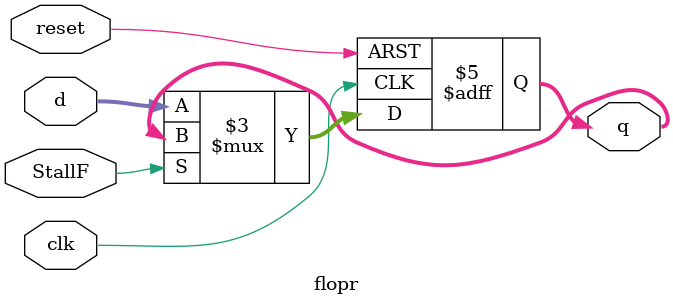
<source format=v>
module flopr (input  clk, reset,
               input  [WIDTH-1:0] d,
               input StallF, 
               output [WIDTH-1:0] q);

  parameter WIDTH = 8;

  reg [WIDTH-1:0] q; 

  always @(posedge clk or posedge reset) begin 
    if (reset) q <= 0; 
    else if(!StallF)  q <= d; 
  end
endmodule
</source>
